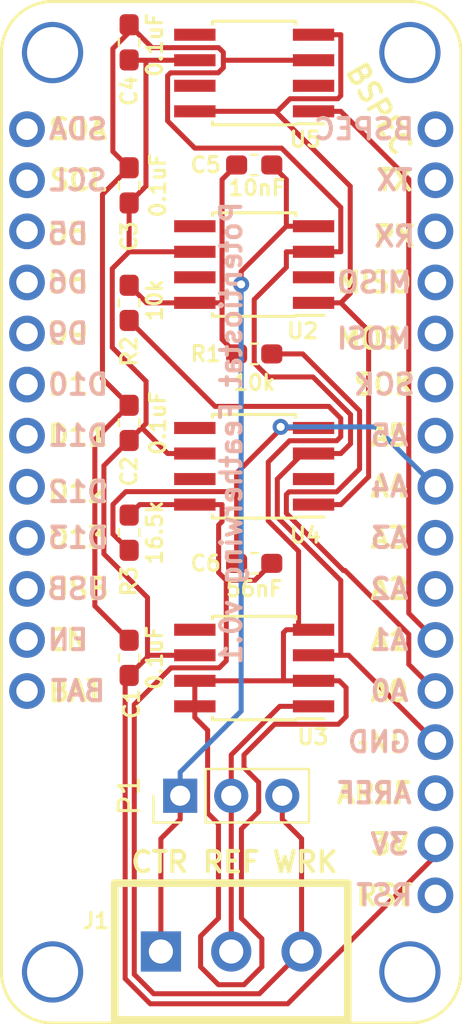
<source format=kicad_pcb>
(kicad_pcb (version 20171130) (host pcbnew 5.0.2-bee76a0~70~ubuntu18.04.1)

  (general
    (thickness 1.6)
    (drawings 4)
    (tracks 208)
    (zones 0)
    (modules 16)
    (nets 45)
  )

  (page A4)
  (layers
    (0 F.Cu signal)
    (31 B.Cu signal)
    (32 B.Adhes user)
    (33 F.Adhes user)
    (34 B.Paste user)
    (35 F.Paste user)
    (36 B.SilkS user)
    (37 F.SilkS user)
    (38 B.Mask user)
    (39 F.Mask user)
    (40 Dwgs.User user)
    (41 Cmts.User user)
    (42 Eco1.User user)
    (43 Eco2.User user)
    (44 Edge.Cuts user)
    (45 Margin user)
    (46 B.CrtYd user)
    (47 F.CrtYd user)
    (48 B.Fab user)
    (49 F.Fab user)
  )

  (setup
    (last_trace_width 0.25)
    (trace_clearance 0.2)
    (zone_clearance 0.508)
    (zone_45_only no)
    (trace_min 0.2)
    (segment_width 0.2)
    (edge_width 0.15)
    (via_size 0.8)
    (via_drill 0.4)
    (via_min_size 0.4)
    (via_min_drill 0.3)
    (uvia_size 0.3)
    (uvia_drill 0.1)
    (uvias_allowed no)
    (uvia_min_size 0.2)
    (uvia_min_drill 0.1)
    (pcb_text_width 0.3)
    (pcb_text_size 1.5 1.5)
    (mod_edge_width 0.15)
    (mod_text_size 1 1)
    (mod_text_width 0.15)
    (pad_size 1.524 1.524)
    (pad_drill 0.762)
    (pad_to_mask_clearance 0.051)
    (solder_mask_min_width 0.25)
    (aux_axis_origin 0 0)
    (visible_elements FFFFFF7F)
    (pcbplotparams
      (layerselection 0x010fc_ffffffff)
      (usegerberextensions false)
      (usegerberattributes false)
      (usegerberadvancedattributes false)
      (creategerberjobfile false)
      (excludeedgelayer true)
      (linewidth 0.100000)
      (plotframeref false)
      (viasonmask false)
      (mode 1)
      (useauxorigin false)
      (hpglpennumber 1)
      (hpglpenspeed 20)
      (hpglpendiameter 15.000000)
      (psnegative false)
      (psa4output false)
      (plotreference true)
      (plotvalue true)
      (plotinvisibletext false)
      (padsonsilk false)
      (subtractmaskfromsilk false)
      (outputformat 1)
      (mirror false)
      (drillshape 1)
      (scaleselection 1)
      (outputdirectory ""))
  )

  (net 0 "")
  (net 1 GND)
  (net 2 /3V3)
  (net 3 "Net-(C5-Pad2)")
  (net 4 /CTR_ELECT)
  (net 5 /WRK_ELECT)
  (net 6 /AIN_TIA)
  (net 7 /DAC_SETPT)
  (net 8 /REF_ELECT_BUF)
  (net 9 "Net-(U1-Pad1)")
  (net 10 "Net-(U1-Pad2)")
  (net 11 "Net-(U1-Pad3)")
  (net 12 "Net-(U1-Pad4)")
  (net 13 "Net-(U1-Pad5)")
  (net 14 "Net-(U1-Pad6)")
  (net 15 "Net-(U1-Pad7)")
  (net 16 "Net-(U1-Pad8)")
  (net 17 "Net-(U1-Pad9)")
  (net 18 "Net-(U1-Pad10)")
  (net 19 "Net-(U1-Pad11)")
  (net 20 "Net-(U1-Pad12)")
  (net 21 "Net-(U1-Pad13)")
  (net 22 "Net-(U1-Pad15)")
  (net 23 /DAC_VGND)
  (net 24 "Net-(U1-Pad19)")
  (net 25 "Net-(U1-Pad20)")
  (net 26 "Net-(U1-Pad22)")
  (net 27 "Net-(U1-Pad23)")
  (net 28 "Net-(U1-Pad24)")
  (net 29 "Net-(U1-Pad25)")
  (net 30 "Net-(U1-Pad26)")
  (net 31 "Net-(U1-Pad27)")
  (net 32 "Net-(U1-Pad28)")
  (net 33 "Net-(U2-Pad7)")
  (net 34 "Net-(U2-Pad5)")
  (net 35 "Net-(U2-Pad2)")
  (net 36 /VGND)
  (net 37 /REF_ELECT)
  (net 38 "Net-(U3-Pad5)")
  (net 39 "Net-(U4-Pad7)")
  (net 40 "Net-(U4-Pad5)")
  (net 41 "Net-(U4-Pad2)")
  (net 42 "Net-(U5-Pad2)")
  (net 43 "Net-(U5-Pad5)")
  (net 44 "Net-(U5-Pad7)")

  (net_class Default "This is the default net class."
    (clearance 0.2)
    (trace_width 0.25)
    (via_dia 0.8)
    (via_drill 0.4)
    (uvia_dia 0.3)
    (uvia_drill 0.1)
    (add_net /3V3)
    (add_net /AIN_TIA)
    (add_net /CTR_ELECT)
    (add_net /DAC_SETPT)
    (add_net /DAC_VGND)
    (add_net /REF_ELECT)
    (add_net /REF_ELECT_BUF)
    (add_net /VGND)
    (add_net /WRK_ELECT)
    (add_net GND)
    (add_net "Net-(C5-Pad2)")
    (add_net "Net-(U1-Pad1)")
    (add_net "Net-(U1-Pad10)")
    (add_net "Net-(U1-Pad11)")
    (add_net "Net-(U1-Pad12)")
    (add_net "Net-(U1-Pad13)")
    (add_net "Net-(U1-Pad15)")
    (add_net "Net-(U1-Pad19)")
    (add_net "Net-(U1-Pad2)")
    (add_net "Net-(U1-Pad20)")
    (add_net "Net-(U1-Pad22)")
    (add_net "Net-(U1-Pad23)")
    (add_net "Net-(U1-Pad24)")
    (add_net "Net-(U1-Pad25)")
    (add_net "Net-(U1-Pad26)")
    (add_net "Net-(U1-Pad27)")
    (add_net "Net-(U1-Pad28)")
    (add_net "Net-(U1-Pad3)")
    (add_net "Net-(U1-Pad4)")
    (add_net "Net-(U1-Pad5)")
    (add_net "Net-(U1-Pad6)")
    (add_net "Net-(U1-Pad7)")
    (add_net "Net-(U1-Pad8)")
    (add_net "Net-(U1-Pad9)")
    (add_net "Net-(U2-Pad2)")
    (add_net "Net-(U2-Pad5)")
    (add_net "Net-(U2-Pad7)")
    (add_net "Net-(U3-Pad5)")
    (add_net "Net-(U4-Pad2)")
    (add_net "Net-(U4-Pad5)")
    (add_net "Net-(U4-Pad7)")
    (add_net "Net-(U5-Pad2)")
    (add_net "Net-(U5-Pad5)")
    (add_net "Net-(U5-Pad7)")
  )

  (module feather_wing:feather_wing (layer F.Cu) (tedit 5D5EF0A5) (tstamp 5D7F9D47)
    (at 50.8 50.8)
    (path /5D5AD507)
    (fp_text reference U1 (at 0 -26.67) (layer F.SilkS) hide
      (effects (font (size 1 1) (thickness 0.15)))
    )
    (fp_text value feather_wing (at 0 27.94) (layer F.Fab) hide
      (effects (font (size 1 1) (thickness 0.15)))
    )
    (fp_text user RST (at 7.62 19.05) (layer F.SilkS)
      (effects (font (size 1.016 1.016) (thickness 0.2032)))
    )
    (fp_text user 3V (at 7.874 16.51) (layer F.SilkS)
      (effects (font (size 1.016 1.016) (thickness 0.2032)))
    )
    (fp_text user AREF (at 7.112 13.97) (layer F.SilkS)
      (effects (font (size 1.016 1.016) (thickness 0.2032)))
    )
    (fp_text user GND (at 7.366 11.43) (layer F.SilkS)
      (effects (font (size 1.016 1.016) (thickness 0.2032)))
    )
    (fp_text user A0 (at 7.874 8.89) (layer F.SilkS)
      (effects (font (size 1.016 1.016) (thickness 0.2032)))
    )
    (fp_text user A1 (at 7.874 6.35) (layer F.SilkS)
      (effects (font (size 1.016 1.016) (thickness 0.2032)))
    )
    (fp_text user A2 (at 7.874 3.81) (layer F.SilkS)
      (effects (font (size 1.016 1.016) (thickness 0.2032)))
    )
    (fp_text user A3 (at 7.874 1.27) (layer F.SilkS)
      (effects (font (size 1.016 1.016) (thickness 0.2032)))
    )
    (fp_text user A4 (at 7.874 -1.27) (layer F.SilkS)
      (effects (font (size 1.016 1.016) (thickness 0.2032)))
    )
    (fp_text user A5 (at 7.874 -3.81) (layer F.SilkS)
      (effects (font (size 1.016 1.016) (thickness 0.2032)))
    )
    (fp_text user SCK (at 7.62 -6.35) (layer F.SilkS)
      (effects (font (size 1.016 1.016) (thickness 0.2032)))
    )
    (fp_text user MOSI (at 7.112 -8.636) (layer F.SilkS)
      (effects (font (size 1.016 1.016) (thickness 0.2032)))
    )
    (fp_text user MISO (at 7.112 -11.43) (layer F.SilkS)
      (effects (font (size 1.016 1.016) (thickness 0.2032)))
    )
    (fp_text user RX (at 8.128 -13.716) (layer F.SilkS)
      (effects (font (size 1.016 1.016) (thickness 0.2032)))
    )
    (fp_text user TX (at 8.128 -16.51) (layer F.SilkS)
      (effects (font (size 1.016 1.016) (thickness 0.2032)))
    )
    (fp_text user BSPEC (at 7.366 -20.066 -60) (layer F.SilkS)
      (effects (font (size 1.016 1.016) (thickness 0.2032)))
    )
    (fp_text user BAT (at -7.747 8.89) (layer F.SilkS)
      (effects (font (size 1.016 1.016) (thickness 0.2032)))
    )
    (fp_text user EN (at -8.128 6.35) (layer F.SilkS)
      (effects (font (size 1.016 1.016) (thickness 0.2032)))
    )
    (fp_text user USB (at -7.62 3.81) (layer F.SilkS)
      (effects (font (size 1.016 1.016) (thickness 0.2032)))
    )
    (fp_text user D13 (at -7.62 1.27) (layer F.SilkS)
      (effects (font (size 1.016 1.016) (thickness 0.2032)))
    )
    (fp_text user D12 (at -7.62 -1.016) (layer F.SilkS)
      (effects (font (size 1.016 1.016) (thickness 0.2032)))
    )
    (fp_text user D11 (at -7.62 -3.81) (layer F.SilkS)
      (effects (font (size 1.016 1.016) (thickness 0.2032)))
    )
    (fp_text user D10 (at -7.62 -6.35) (layer F.SilkS)
      (effects (font (size 1.016 1.016) (thickness 0.2032)))
    )
    (fp_text user D9 (at -8.128 -8.89) (layer F.SilkS)
      (effects (font (size 1.016 1.016) (thickness 0.2032)))
    )
    (fp_text user D6 (at -8.128 -11.43) (layer F.SilkS)
      (effects (font (size 1.016 1.016) (thickness 0.2032)))
    )
    (fp_text user D5 (at -8.128 -13.843) (layer F.SilkS)
      (effects (font (size 1.016 1.016) (thickness 0.2032)))
    )
    (fp_text user SCL (at -7.62 -16.51) (layer F.SilkS)
      (effects (font (size 1.016 1.016) (thickness 0.2032)))
    )
    (fp_text user SDA (at -7.62 -19.05) (layer F.SilkS)
      (effects (font (size 1.016 1.016) (thickness 0.2032)))
    )
    (fp_text user RST (at 7.62 19.05) (layer B.SilkS)
      (effects (font (size 1.016 1.016) (thickness 0.2032)) (justify mirror))
    )
    (fp_text user 3V (at 7.874 16.51) (layer B.SilkS)
      (effects (font (size 1.016 1.016) (thickness 0.2032)) (justify mirror))
    )
    (fp_text user AREF (at 7.112 13.97) (layer B.SilkS)
      (effects (font (size 1.016 1.016) (thickness 0.2032)) (justify mirror))
    )
    (fp_text user GND (at 7.366 11.43) (layer B.SilkS)
      (effects (font (size 1.016 1.016) (thickness 0.2032)) (justify mirror))
    )
    (fp_text user A0 (at 7.874 8.89) (layer B.SilkS)
      (effects (font (size 1.016 1.016) (thickness 0.2032)) (justify mirror))
    )
    (fp_text user A1 (at 7.874 6.35) (layer B.SilkS)
      (effects (font (size 1.016 1.016) (thickness 0.2032)) (justify mirror))
    )
    (fp_text user A2 (at 7.874 3.81) (layer B.SilkS)
      (effects (font (size 1.016 1.016) (thickness 0.2032)) (justify mirror))
    )
    (fp_text user A3 (at 7.874 1.27) (layer B.SilkS)
      (effects (font (size 1.016 1.016) (thickness 0.2032)) (justify mirror))
    )
    (fp_text user A4 (at 7.874 -1.27) (layer B.SilkS)
      (effects (font (size 1.016 1.016) (thickness 0.2032)) (justify mirror))
    )
    (fp_text user A5 (at 7.874 -3.81) (layer B.SilkS)
      (effects (font (size 1.016 1.016) (thickness 0.2032)) (justify mirror))
    )
    (fp_text user SCK (at 7.62 -6.35) (layer B.SilkS)
      (effects (font (size 1.016 1.016) (thickness 0.2032)) (justify mirror))
    )
    (fp_text user MOSI (at 7.112 -8.636) (layer B.SilkS)
      (effects (font (size 1.016 1.016) (thickness 0.2032)) (justify mirror))
    )
    (fp_text user MISO (at 7.112 -11.43) (layer B.SilkS)
      (effects (font (size 1.016 1.016) (thickness 0.2032)) (justify mirror))
    )
    (fp_text user RX (at 8.128 -13.716) (layer B.SilkS)
      (effects (font (size 1.016 1.016) (thickness 0.2032)) (justify mirror))
    )
    (fp_text user TX (at 8.128 -16.51) (layer B.SilkS)
      (effects (font (size 1.016 1.016) (thickness 0.2032)) (justify mirror))
    )
    (fp_text user BSPEC (at 6.604 -19.05) (layer B.SilkS)
      (effects (font (size 1.016 1.016) (thickness 0.2032)) (justify mirror))
    )
    (fp_text user BAT (at -7.62 8.89) (layer B.SilkS)
      (effects (font (size 1.016 1.016) (thickness 0.2032)) (justify mirror))
    )
    (fp_text user EN (at -8.128 6.35) (layer B.SilkS)
      (effects (font (size 1.016 1.016) (thickness 0.2032)) (justify mirror))
    )
    (fp_text user USB (at -7.62 3.81) (layer B.SilkS)
      (effects (font (size 1.016 1.016) (thickness 0.2032)) (justify mirror))
    )
    (fp_text user D13 (at -7.62 1.27) (layer B.SilkS)
      (effects (font (size 1.016 1.016) (thickness 0.2032)) (justify mirror))
    )
    (fp_text user D12 (at -7.62 -1.016) (layer B.SilkS)
      (effects (font (size 1.016 1.016) (thickness 0.2032)) (justify mirror))
    )
    (fp_text user D11 (at -7.62 -3.81) (layer B.SilkS)
      (effects (font (size 1.016 1.016) (thickness 0.2032)) (justify mirror))
    )
    (fp_text user D10 (at -7.62 -6.35) (layer B.SilkS)
      (effects (font (size 1.016 1.016) (thickness 0.2032)) (justify mirror))
    )
    (fp_text user D9 (at -8.128 -8.89) (layer B.SilkS)
      (effects (font (size 1.016 1.016) (thickness 0.2032)) (justify mirror))
    )
    (fp_text user D6 (at -8.128 -11.43) (layer B.SilkS)
      (effects (font (size 1.016 1.016) (thickness 0.2032)) (justify mirror))
    )
    (fp_text user D5 (at -8.128 -13.843) (layer B.SilkS)
      (effects (font (size 1.016 1.016) (thickness 0.2032)) (justify mirror))
    )
    (fp_text user SCL (at -7.62 -16.51) (layer B.SilkS)
      (effects (font (size 1.016 1.016) (thickness 0.2032)) (justify mirror))
    )
    (fp_text user SDA (at -7.62 -19.05) (layer B.SilkS)
      (effects (font (size 1.016 1.016) (thickness 0.2032)) (justify mirror))
    )
    (fp_line (start -11.43 -22.86) (end -11.43 22.86) (layer F.SilkS) (width 0.15))
    (fp_line (start 8.89 25.4) (end -8.89 25.4) (layer F.SilkS) (width 0.15))
    (fp_line (start 11.43 -22.86) (end 11.43 22.86) (layer F.SilkS) (width 0.15))
    (fp_line (start 8.89 -25.4) (end -8.89 -25.4) (layer F.SilkS) (width 0.15))
    (fp_arc (start -8.89 22.86) (end -11.43 22.86) (angle -90) (layer F.SilkS) (width 0.15))
    (fp_arc (start 8.89 22.86) (end 8.89 25.4) (angle -90) (layer F.SilkS) (width 0.15))
    (fp_arc (start 8.89 -22.86) (end 11.43 -22.86) (angle -90) (layer F.SilkS) (width 0.15))
    (fp_arc (start -8.89 -22.86) (end -8.89 -25.4) (angle -90) (layer F.SilkS) (width 0.15))
    (pad 28 thru_hole circle (at 10.16 -19.05) (size 1.778 1.778) (drill 1.0668) (layers *.Cu *.Mask)
      (net 32 "Net-(U1-Pad28)"))
    (pad 27 thru_hole circle (at 10.16 -16.51) (size 1.778 1.778) (drill 1.0668) (layers *.Cu *.Mask)
      (net 31 "Net-(U1-Pad27)"))
    (pad 26 thru_hole circle (at 10.16 -13.97) (size 1.778 1.778) (drill 1.0668) (layers *.Cu *.Mask)
      (net 30 "Net-(U1-Pad26)"))
    (pad 25 thru_hole circle (at 10.16 -11.43) (size 1.778 1.778) (drill 1.0668) (layers *.Cu *.Mask)
      (net 29 "Net-(U1-Pad25)"))
    (pad 24 thru_hole circle (at 10.16 -8.89) (size 1.778 1.778) (drill 1.0668) (layers *.Cu *.Mask)
      (net 28 "Net-(U1-Pad24)"))
    (pad 23 thru_hole circle (at 10.16 -6.35) (size 1.778 1.778) (drill 1.0668) (layers *.Cu *.Mask)
      (net 27 "Net-(U1-Pad23)"))
    (pad 22 thru_hole circle (at 10.16 -3.81) (size 1.778 1.778) (drill 1.0668) (layers *.Cu *.Mask)
      (net 26 "Net-(U1-Pad22)"))
    (pad 21 thru_hole circle (at 10.16 -1.27) (size 1.778 1.778) (drill 1.0668) (layers *.Cu *.Mask)
      (net 6 /AIN_TIA))
    (pad 20 thru_hole circle (at 10.16 1.27) (size 1.778 1.778) (drill 1.0668) (layers *.Cu *.Mask)
      (net 25 "Net-(U1-Pad20)"))
    (pad 19 thru_hole circle (at 10.16 3.81) (size 1.778 1.778) (drill 1.0668) (layers *.Cu *.Mask)
      (net 24 "Net-(U1-Pad19)"))
    (pad 18 thru_hole circle (at 10.16 6.35) (size 1.778 1.778) (drill 1.0668) (layers *.Cu *.Mask)
      (net 23 /DAC_VGND))
    (pad 17 thru_hole circle (at 10.16 8.89) (size 1.778 1.778) (drill 1.0668) (layers *.Cu *.Mask)
      (net 7 /DAC_SETPT))
    (pad 16 thru_hole circle (at 10.16 11.43) (size 1.778 1.778) (drill 1.0668) (layers *.Cu *.Mask)
      (net 1 GND))
    (pad 15 thru_hole circle (at 10.16 13.97) (size 1.778 1.778) (drill 1.0668) (layers *.Cu *.Mask)
      (net 22 "Net-(U1-Pad15)"))
    (pad 14 thru_hole circle (at 10.16 16.51) (size 1.778 1.778) (drill 1.0668) (layers *.Cu *.Mask)
      (net 2 /3V3))
    (pad 13 thru_hole circle (at 10.16 19.05) (size 1.778 1.778) (drill 1.0668) (layers *.Cu *.Mask)
      (net 21 "Net-(U1-Pad13)"))
    (pad 12 thru_hole circle (at -10.16 8.89) (size 1.778 1.778) (drill 1.0668) (layers *.Cu *.Mask)
      (net 20 "Net-(U1-Pad12)"))
    (pad 11 thru_hole circle (at -10.16 6.35) (size 1.778 1.778) (drill 1.0668) (layers *.Cu *.Mask)
      (net 19 "Net-(U1-Pad11)"))
    (pad 10 thru_hole circle (at -10.16 3.81) (size 1.778 1.778) (drill 1.0668) (layers *.Cu *.Mask)
      (net 18 "Net-(U1-Pad10)"))
    (pad 9 thru_hole circle (at -10.16 1.27) (size 1.778 1.778) (drill 1.0668) (layers *.Cu *.Mask)
      (net 17 "Net-(U1-Pad9)"))
    (pad 8 thru_hole circle (at -10.16 -1.27) (size 1.778 1.778) (drill 1.0668) (layers *.Cu *.Mask)
      (net 16 "Net-(U1-Pad8)"))
    (pad 7 thru_hole circle (at -10.16 -3.81) (size 1.778 1.778) (drill 1.0668) (layers *.Cu *.Mask)
      (net 15 "Net-(U1-Pad7)"))
    (pad 6 thru_hole circle (at -10.16 -6.35) (size 1.778 1.778) (drill 1.0668) (layers *.Cu *.Mask)
      (net 14 "Net-(U1-Pad6)"))
    (pad 5 thru_hole circle (at -10.16 -8.89) (size 1.778 1.778) (drill 1.0668) (layers *.Cu *.Mask)
      (net 13 "Net-(U1-Pad5)"))
    (pad 4 thru_hole circle (at -10.16 -11.43) (size 1.778 1.778) (drill 1.0668) (layers *.Cu *.Mask)
      (net 12 "Net-(U1-Pad4)"))
    (pad 3 thru_hole circle (at -10.16 -13.97) (size 1.778 1.778) (drill 1.0668) (layers *.Cu *.Mask)
      (net 11 "Net-(U1-Pad3)"))
    (pad 2 thru_hole circle (at -10.16 -16.51) (size 1.778 1.778) (drill 1.0668) (layers *.Cu *.Mask)
      (net 10 "Net-(U1-Pad2)"))
    (pad 1 thru_hole circle (at -10.16 -19.05) (size 1.778 1.778) (drill 1.0668) (layers *.Cu *.Mask)
      (net 9 "Net-(U1-Pad1)"))
    (pad "" thru_hole circle (at -8.89 22.86) (size 3.048 3.048) (drill 2.54) (layers *.Cu *.Mask))
    (pad "" thru_hole circle (at 8.89 22.86) (size 3.048 3.048) (drill 2.54) (layers *.Cu *.Mask))
    (pad "" np_thru_hole circle (at 8.89 -22.86) (size 3.048 3.048) (drill 2.54) (layers *.Cu *.Mask))
    (pad "" np_thru_hole circle (at -8.89 -22.86) (size 3.048 3.048) (drill 2.54) (layers *.Cu *.Mask))
  )

  (module OST_SCREW_TERM_3:CONNBLOCK3 (layer F.Cu) (tedit 5D5EDDE1) (tstamp 5D7F9CB5)
    (at 50.8 72.644)
    (path /5D6124F1)
    (fp_text reference J1 (at -6.731 -1.524) (layer F.SilkS)
      (effects (font (size 0.762 0.762) (thickness 0.1524)))
    )
    (fp_text value Screw_Terminal_01x03 (at -0.20066 -5.40004) (layer F.SilkS) hide
      (effects (font (size 1.524 1.524) (thickness 0.3048)))
    )
    (fp_line (start -5.79882 -3.40106) (end -5.79882 3.40106) (layer F.SilkS) (width 0.381))
    (fp_line (start -5.79882 3.40106) (end 5.79882 3.40106) (layer F.SilkS) (width 0.381))
    (fp_line (start 5.79882 3.40106) (end 5.79882 -3.40106) (layer F.SilkS) (width 0.381))
    (fp_line (start 5.79882 -3.40106) (end -5.79882 -3.40106) (layer F.SilkS) (width 0.381))
    (pad 2 thru_hole circle (at 0 0) (size 2 2) (drill 1.2) (layers *.Cu *.Mask)
      (net 37 /REF_ELECT))
    (pad 1 thru_hole rect (at -3.50012 0) (size 2 2) (drill 1.2) (layers *.Cu *.Mask)
      (net 4 /CTR_ELECT))
    (pad 3 thru_hole circle (at 3.50012 0) (size 2 2) (drill 1.2) (layers *.Cu *.Mask)
      (net 5 /WRK_ELECT))
  )

  (module Capacitor_SMD:C_0603_1608Metric_Pad1.05x0.95mm_HandSolder (layer F.Cu) (tedit 5D5EE060) (tstamp 5D7F9CAA)
    (at 51.943 53.34 180)
    (descr "Capacitor SMD 0603 (1608 Metric), square (rectangular) end terminal, IPC_7351 nominal with elongated pad for handsoldering. (Body size source: http://www.tortai-tech.com/upload/download/2011102023233369053.pdf), generated with kicad-footprint-generator")
    (tags "capacitor handsolder")
    (path /5D5D5006)
    (attr smd)
    (fp_text reference C6 (at 2.413 0 180) (layer F.SilkS)
      (effects (font (size 0.762 0.762) (thickness 0.1524)))
    )
    (fp_text value 56nF (at 0 -1.27 180) (layer F.SilkS)
      (effects (font (size 0.762 0.762) (thickness 0.1524)))
    )
    (fp_text user %R (at 0 0 180) (layer F.Fab)
      (effects (font (size 0.4 0.4) (thickness 0.06)))
    )
    (fp_line (start 1.65 0.73) (end -1.65 0.73) (layer F.CrtYd) (width 0.05))
    (fp_line (start 1.65 -0.73) (end 1.65 0.73) (layer F.CrtYd) (width 0.05))
    (fp_line (start -1.65 -0.73) (end 1.65 -0.73) (layer F.CrtYd) (width 0.05))
    (fp_line (start -1.65 0.73) (end -1.65 -0.73) (layer F.CrtYd) (width 0.05))
    (fp_line (start -0.171267 0.51) (end 0.171267 0.51) (layer F.SilkS) (width 0.12))
    (fp_line (start -0.171267 -0.51) (end 0.171267 -0.51) (layer F.SilkS) (width 0.12))
    (fp_line (start 0.8 0.4) (end -0.8 0.4) (layer F.Fab) (width 0.1))
    (fp_line (start 0.8 -0.4) (end 0.8 0.4) (layer F.Fab) (width 0.1))
    (fp_line (start -0.8 -0.4) (end 0.8 -0.4) (layer F.Fab) (width 0.1))
    (fp_line (start -0.8 0.4) (end -0.8 -0.4) (layer F.Fab) (width 0.1))
    (pad 2 smd roundrect (at 0.875 0 180) (size 1.05 0.95) (layers F.Cu F.Paste F.Mask) (roundrect_rratio 0.25)
      (net 6 /AIN_TIA))
    (pad 1 smd roundrect (at -0.875 0 180) (size 1.05 0.95) (layers F.Cu F.Paste F.Mask) (roundrect_rratio 0.25)
      (net 5 /WRK_ELECT))
    (model ${KISYS3DMOD}/Capacitor_SMD.3dshapes/C_0603_1608Metric.wrl
      (at (xyz 0 0 0))
      (scale (xyz 1 1 1))
      (rotate (xyz 0 0 0))
    )
  )

  (module Capacitor_SMD:C_0603_1608Metric_Pad1.05x0.95mm_HandSolder (layer F.Cu) (tedit 5D5EEC0B) (tstamp 5D7F9C66)
    (at 45.72 46.355 90)
    (descr "Capacitor SMD 0603 (1608 Metric), square (rectangular) end terminal, IPC_7351 nominal with elongated pad for handsoldering. (Body size source: http://www.tortai-tech.com/upload/download/2011102023233369053.pdf), generated with kicad-footprint-generator")
    (tags "capacitor handsolder")
    (path /5D5CEAC4)
    (attr smd)
    (fp_text reference C2 (at -2.413 0 90) (layer F.SilkS)
      (effects (font (size 0.762 0.762) (thickness 0.1524)))
    )
    (fp_text value 0.1uF (at 0 1.43 90) (layer F.SilkS)
      (effects (font (size 0.762 0.762) (thickness 0.1524)))
    )
    (fp_text user %R (at 0 0 90) (layer F.Fab)
      (effects (font (size 0.4 0.4) (thickness 0.06)))
    )
    (fp_line (start 1.65 0.73) (end -1.65 0.73) (layer F.CrtYd) (width 0.05))
    (fp_line (start 1.65 -0.73) (end 1.65 0.73) (layer F.CrtYd) (width 0.05))
    (fp_line (start -1.65 -0.73) (end 1.65 -0.73) (layer F.CrtYd) (width 0.05))
    (fp_line (start -1.65 0.73) (end -1.65 -0.73) (layer F.CrtYd) (width 0.05))
    (fp_line (start -0.171267 0.51) (end 0.171267 0.51) (layer F.SilkS) (width 0.12))
    (fp_line (start -0.171267 -0.51) (end 0.171267 -0.51) (layer F.SilkS) (width 0.12))
    (fp_line (start 0.8 0.4) (end -0.8 0.4) (layer F.Fab) (width 0.1))
    (fp_line (start 0.8 -0.4) (end 0.8 0.4) (layer F.Fab) (width 0.1))
    (fp_line (start -0.8 -0.4) (end 0.8 -0.4) (layer F.Fab) (width 0.1))
    (fp_line (start -0.8 0.4) (end -0.8 -0.4) (layer F.Fab) (width 0.1))
    (pad 2 smd roundrect (at 0.875 0 90) (size 1.05 0.95) (layers F.Cu F.Paste F.Mask) (roundrect_rratio 0.25)
      (net 1 GND))
    (pad 1 smd roundrect (at -0.875 0 90) (size 1.05 0.95) (layers F.Cu F.Paste F.Mask) (roundrect_rratio 0.25)
      (net 2 /3V3))
    (model ${KISYS3DMOD}/Capacitor_SMD.3dshapes/C_0603_1608Metric.wrl
      (at (xyz 0 0 0))
      (scale (xyz 1 1 1))
      (rotate (xyz 0 0 0))
    )
  )

  (module Capacitor_SMD:C_0603_1608Metric_Pad1.05x0.95mm_HandSolder (layer F.Cu) (tedit 5D5EDF25) (tstamp 5D7F9C55)
    (at 45.72 58.039 90)
    (descr "Capacitor SMD 0603 (1608 Metric), square (rectangular) end terminal, IPC_7351 nominal with elongated pad for handsoldering. (Body size source: http://www.tortai-tech.com/upload/download/2011102023233369053.pdf), generated with kicad-footprint-generator")
    (tags "capacitor handsolder")
    (path /5D5F04CE)
    (attr smd)
    (fp_text reference C1 (at -2.286 0.127 90) (layer F.SilkS)
      (effects (font (size 0.762 0.762) (thickness 0.1524)))
    )
    (fp_text value 0.1uF (at 0 1.27 90) (layer F.SilkS)
      (effects (font (size 0.762 0.762) (thickness 0.1524)))
    )
    (fp_text user %R (at 0 0 90) (layer F.Fab)
      (effects (font (size 0.4 0.4) (thickness 0.06)))
    )
    (fp_line (start 1.65 0.73) (end -1.65 0.73) (layer F.CrtYd) (width 0.05))
    (fp_line (start 1.65 -0.73) (end 1.65 0.73) (layer F.CrtYd) (width 0.05))
    (fp_line (start -1.65 -0.73) (end 1.65 -0.73) (layer F.CrtYd) (width 0.05))
    (fp_line (start -1.65 0.73) (end -1.65 -0.73) (layer F.CrtYd) (width 0.05))
    (fp_line (start -0.171267 0.51) (end 0.171267 0.51) (layer F.SilkS) (width 0.12))
    (fp_line (start -0.171267 -0.51) (end 0.171267 -0.51) (layer F.SilkS) (width 0.12))
    (fp_line (start 0.8 0.4) (end -0.8 0.4) (layer F.Fab) (width 0.1))
    (fp_line (start 0.8 -0.4) (end 0.8 0.4) (layer F.Fab) (width 0.1))
    (fp_line (start -0.8 -0.4) (end 0.8 -0.4) (layer F.Fab) (width 0.1))
    (fp_line (start -0.8 0.4) (end -0.8 -0.4) (layer F.Fab) (width 0.1))
    (pad 2 smd roundrect (at 0.875 0 90) (size 1.05 0.95) (layers F.Cu F.Paste F.Mask) (roundrect_rratio 0.25)
      (net 1 GND))
    (pad 1 smd roundrect (at -0.875 0 90) (size 1.05 0.95) (layers F.Cu F.Paste F.Mask) (roundrect_rratio 0.25)
      (net 2 /3V3))
    (model ${KISYS3DMOD}/Capacitor_SMD.3dshapes/C_0603_1608Metric.wrl
      (at (xyz 0 0 0))
      (scale (xyz 1 1 1))
      (rotate (xyz 0 0 0))
    )
  )

  (module Capacitor_SMD:C_0603_1608Metric_Pad1.05x0.95mm_HandSolder (layer F.Cu) (tedit 5D5EEDFD) (tstamp 5D7F9C77)
    (at 45.72 34.544 90)
    (descr "Capacitor SMD 0603 (1608 Metric), square (rectangular) end terminal, IPC_7351 nominal with elongated pad for handsoldering. (Body size source: http://www.tortai-tech.com/upload/download/2011102023233369053.pdf), generated with kicad-footprint-generator")
    (tags "capacitor handsolder")
    (path /5D5ADE69)
    (attr smd)
    (fp_text reference C3 (at -2.54 0 90) (layer F.SilkS)
      (effects (font (size 0.762 0.762) (thickness 0.1524)))
    )
    (fp_text value 0.1uF (at 0 1.43 90) (layer F.SilkS)
      (effects (font (size 0.762 0.762) (thickness 0.1524)))
    )
    (fp_line (start -0.8 0.4) (end -0.8 -0.4) (layer F.Fab) (width 0.1))
    (fp_line (start -0.8 -0.4) (end 0.8 -0.4) (layer F.Fab) (width 0.1))
    (fp_line (start 0.8 -0.4) (end 0.8 0.4) (layer F.Fab) (width 0.1))
    (fp_line (start 0.8 0.4) (end -0.8 0.4) (layer F.Fab) (width 0.1))
    (fp_line (start -0.171267 -0.51) (end 0.171267 -0.51) (layer F.SilkS) (width 0.12))
    (fp_line (start -0.171267 0.51) (end 0.171267 0.51) (layer F.SilkS) (width 0.12))
    (fp_line (start -1.65 0.73) (end -1.65 -0.73) (layer F.CrtYd) (width 0.05))
    (fp_line (start -1.65 -0.73) (end 1.65 -0.73) (layer F.CrtYd) (width 0.05))
    (fp_line (start 1.65 -0.73) (end 1.65 0.73) (layer F.CrtYd) (width 0.05))
    (fp_line (start 1.65 0.73) (end -1.65 0.73) (layer F.CrtYd) (width 0.05))
    (fp_text user %R (at 0 0 90) (layer F.Fab)
      (effects (font (size 0.4 0.4) (thickness 0.06)))
    )
    (pad 1 smd roundrect (at -0.875 0 90) (size 1.05 0.95) (layers F.Cu F.Paste F.Mask) (roundrect_rratio 0.25)
      (net 2 /3V3))
    (pad 2 smd roundrect (at 0.875 0 90) (size 1.05 0.95) (layers F.Cu F.Paste F.Mask) (roundrect_rratio 0.25)
      (net 1 GND))
    (model ${KISYS3DMOD}/Capacitor_SMD.3dshapes/C_0603_1608Metric.wrl
      (at (xyz 0 0 0))
      (scale (xyz 1 1 1))
      (rotate (xyz 0 0 0))
    )
  )

  (module Capacitor_SMD:C_0603_1608Metric_Pad1.05x0.95mm_HandSolder (layer F.Cu) (tedit 5D5EEF0A) (tstamp 5D7F9C88)
    (at 45.72 27.432 90)
    (descr "Capacitor SMD 0603 (1608 Metric), square (rectangular) end terminal, IPC_7351 nominal with elongated pad for handsoldering. (Body size source: http://www.tortai-tech.com/upload/download/2011102023233369053.pdf), generated with kicad-footprint-generator")
    (tags "capacitor handsolder")
    (path /5D5C0680)
    (attr smd)
    (fp_text reference C4 (at -2.413 0 90) (layer F.SilkS)
      (effects (font (size 0.762 0.762) (thickness 0.1524)))
    )
    (fp_text value 0.1uF (at -0.127 1.27 90) (layer F.SilkS)
      (effects (font (size 0.762 0.762) (thickness 0.1524)))
    )
    (fp_line (start -0.8 0.4) (end -0.8 -0.4) (layer F.Fab) (width 0.1))
    (fp_line (start -0.8 -0.4) (end 0.8 -0.4) (layer F.Fab) (width 0.1))
    (fp_line (start 0.8 -0.4) (end 0.8 0.4) (layer F.Fab) (width 0.1))
    (fp_line (start 0.8 0.4) (end -0.8 0.4) (layer F.Fab) (width 0.1))
    (fp_line (start -0.171267 -0.51) (end 0.171267 -0.51) (layer F.SilkS) (width 0.12))
    (fp_line (start -0.171267 0.51) (end 0.171267 0.51) (layer F.SilkS) (width 0.12))
    (fp_line (start -1.65 0.73) (end -1.65 -0.73) (layer F.CrtYd) (width 0.05))
    (fp_line (start -1.65 -0.73) (end 1.65 -0.73) (layer F.CrtYd) (width 0.05))
    (fp_line (start 1.65 -0.73) (end 1.65 0.73) (layer F.CrtYd) (width 0.05))
    (fp_line (start 1.65 0.73) (end -1.65 0.73) (layer F.CrtYd) (width 0.05))
    (fp_text user %R (at 0 0 90) (layer F.Fab)
      (effects (font (size 0.4 0.4) (thickness 0.06)))
    )
    (pad 1 smd roundrect (at -0.875 0 90) (size 1.05 0.95) (layers F.Cu F.Paste F.Mask) (roundrect_rratio 0.25)
      (net 2 /3V3))
    (pad 2 smd roundrect (at 0.875 0 90) (size 1.05 0.95) (layers F.Cu F.Paste F.Mask) (roundrect_rratio 0.25)
      (net 1 GND))
    (model ${KISYS3DMOD}/Capacitor_SMD.3dshapes/C_0603_1608Metric.wrl
      (at (xyz 0 0 0))
      (scale (xyz 1 1 1))
      (rotate (xyz 0 0 0))
    )
  )

  (module Capacitor_SMD:C_0603_1608Metric_Pad1.05x0.95mm_HandSolder (layer F.Cu) (tedit 5D5EEE88) (tstamp 5D7F9C99)
    (at 51.943 33.528 180)
    (descr "Capacitor SMD 0603 (1608 Metric), square (rectangular) end terminal, IPC_7351 nominal with elongated pad for handsoldering. (Body size source: http://www.tortai-tech.com/upload/download/2011102023233369053.pdf), generated with kicad-footprint-generator")
    (tags "capacitor handsolder")
    (path /5D5BB04E)
    (attr smd)
    (fp_text reference C5 (at 2.413 0 180) (layer F.SilkS)
      (effects (font (size 0.762 0.762) (thickness 0.1524)))
    )
    (fp_text value 10nF (at -0.127 -1.143 180) (layer F.SilkS)
      (effects (font (size 0.762 0.762) (thickness 0.1524)))
    )
    (fp_text user %R (at 0 0 180) (layer F.Fab)
      (effects (font (size 0.4 0.4) (thickness 0.06)))
    )
    (fp_line (start 1.65 0.73) (end -1.65 0.73) (layer F.CrtYd) (width 0.05))
    (fp_line (start 1.65 -0.73) (end 1.65 0.73) (layer F.CrtYd) (width 0.05))
    (fp_line (start -1.65 -0.73) (end 1.65 -0.73) (layer F.CrtYd) (width 0.05))
    (fp_line (start -1.65 0.73) (end -1.65 -0.73) (layer F.CrtYd) (width 0.05))
    (fp_line (start -0.171267 0.51) (end 0.171267 0.51) (layer F.SilkS) (width 0.12))
    (fp_line (start -0.171267 -0.51) (end 0.171267 -0.51) (layer F.SilkS) (width 0.12))
    (fp_line (start 0.8 0.4) (end -0.8 0.4) (layer F.Fab) (width 0.1))
    (fp_line (start 0.8 -0.4) (end 0.8 0.4) (layer F.Fab) (width 0.1))
    (fp_line (start -0.8 -0.4) (end 0.8 -0.4) (layer F.Fab) (width 0.1))
    (fp_line (start -0.8 0.4) (end -0.8 -0.4) (layer F.Fab) (width 0.1))
    (pad 2 smd roundrect (at 0.875 0 180) (size 1.05 0.95) (layers F.Cu F.Paste F.Mask) (roundrect_rratio 0.25)
      (net 3 "Net-(C5-Pad2)"))
    (pad 1 smd roundrect (at -0.875 0 180) (size 1.05 0.95) (layers F.Cu F.Paste F.Mask) (roundrect_rratio 0.25)
      (net 4 /CTR_ELECT))
    (model ${KISYS3DMOD}/Capacitor_SMD.3dshapes/C_0603_1608Metric.wrl
      (at (xyz 0 0 0))
      (scale (xyz 1 1 1))
      (rotate (xyz 0 0 0))
    )
  )

  (module Connector_PinHeader_2.54mm:PinHeader_1x03_P2.54mm_Vertical (layer F.Cu) (tedit 5D5EDE81) (tstamp 5D7F9CCC)
    (at 48.26 64.897 90)
    (descr "Through hole straight pin header, 1x03, 2.54mm pitch, single row")
    (tags "Through hole pin header THT 1x03 2.54mm single row")
    (path /5D61841A)
    (fp_text reference P1 (at 0 -2.54 90) (layer F.SilkS)
      (effects (font (size 1 1) (thickness 0.15)))
    )
    (fp_text value pin_array_3x1 (at 0 7.41 90) (layer F.Fab) hide
      (effects (font (size 1 1) (thickness 0.15)))
    )
    (fp_line (start -0.635 -1.27) (end 1.27 -1.27) (layer F.Fab) (width 0.1))
    (fp_line (start 1.27 -1.27) (end 1.27 6.35) (layer F.Fab) (width 0.1))
    (fp_line (start 1.27 6.35) (end -1.27 6.35) (layer F.Fab) (width 0.1))
    (fp_line (start -1.27 6.35) (end -1.27 -0.635) (layer F.Fab) (width 0.1))
    (fp_line (start -1.27 -0.635) (end -0.635 -1.27) (layer F.Fab) (width 0.1))
    (fp_line (start -1.33 6.41) (end 1.33 6.41) (layer F.SilkS) (width 0.12))
    (fp_line (start -1.33 1.27) (end -1.33 6.41) (layer F.SilkS) (width 0.12))
    (fp_line (start 1.33 1.27) (end 1.33 6.41) (layer F.SilkS) (width 0.12))
    (fp_line (start -1.33 1.27) (end 1.33 1.27) (layer F.SilkS) (width 0.12))
    (fp_line (start -1.33 0) (end -1.33 -1.33) (layer F.SilkS) (width 0.12))
    (fp_line (start -1.33 -1.33) (end 0 -1.33) (layer F.SilkS) (width 0.12))
    (fp_line (start -1.8 -1.8) (end -1.8 6.85) (layer F.CrtYd) (width 0.05))
    (fp_line (start -1.8 6.85) (end 1.8 6.85) (layer F.CrtYd) (width 0.05))
    (fp_line (start 1.8 6.85) (end 1.8 -1.8) (layer F.CrtYd) (width 0.05))
    (fp_line (start 1.8 -1.8) (end -1.8 -1.8) (layer F.CrtYd) (width 0.05))
    (fp_text user %R (at 0 2.54 180) (layer F.Fab)
      (effects (font (size 1 1) (thickness 0.15)))
    )
    (pad 1 thru_hole rect (at 0 0 90) (size 1.7 1.7) (drill 1) (layers *.Cu *.Mask)
      (net 4 /CTR_ELECT))
    (pad 2 thru_hole oval (at 0 2.54 90) (size 1.7 1.7) (drill 1) (layers *.Cu *.Mask)
      (net 37 /REF_ELECT))
    (pad 3 thru_hole oval (at 0 5.08 90) (size 1.7 1.7) (drill 1) (layers *.Cu *.Mask)
      (net 5 /WRK_ELECT))
    (model ${KISYS3DMOD}/Connector_PinHeader_2.54mm.3dshapes/PinHeader_1x03_P2.54mm_Vertical.wrl
      (at (xyz 0 0 0))
      (scale (xyz 1 1 1))
      (rotate (xyz 0 0 0))
    )
  )

  (module Resistor_SMD:R_0603_1608Metric_Pad1.05x0.95mm_HandSolder (layer F.Cu) (tedit 5D5EEC8C) (tstamp 5D7F9CDD)
    (at 51.943 42.926)
    (descr "Resistor SMD 0603 (1608 Metric), square (rectangular) end terminal, IPC_7351 nominal with elongated pad for handsoldering. (Body size source: http://www.tortai-tech.com/upload/download/2011102023233369053.pdf), generated with kicad-footprint-generator")
    (tags "resistor handsolder")
    (path /5D5B22E5)
    (attr smd)
    (fp_text reference R1 (at -2.413 0) (layer F.SilkS)
      (effects (font (size 0.762 0.762) (thickness 0.1524)))
    )
    (fp_text value 10k (at 0 1.43) (layer F.SilkS)
      (effects (font (size 0.762 0.762) (thickness 0.1524)))
    )
    (fp_line (start -0.8 0.4) (end -0.8 -0.4) (layer F.Fab) (width 0.1))
    (fp_line (start -0.8 -0.4) (end 0.8 -0.4) (layer F.Fab) (width 0.1))
    (fp_line (start 0.8 -0.4) (end 0.8 0.4) (layer F.Fab) (width 0.1))
    (fp_line (start 0.8 0.4) (end -0.8 0.4) (layer F.Fab) (width 0.1))
    (fp_line (start -0.171267 -0.51) (end 0.171267 -0.51) (layer F.SilkS) (width 0.12))
    (fp_line (start -0.171267 0.51) (end 0.171267 0.51) (layer F.SilkS) (width 0.12))
    (fp_line (start -1.65 0.73) (end -1.65 -0.73) (layer F.CrtYd) (width 0.05))
    (fp_line (start -1.65 -0.73) (end 1.65 -0.73) (layer F.CrtYd) (width 0.05))
    (fp_line (start 1.65 -0.73) (end 1.65 0.73) (layer F.CrtYd) (width 0.05))
    (fp_line (start 1.65 0.73) (end -1.65 0.73) (layer F.CrtYd) (width 0.05))
    (fp_text user %R (at 0 0) (layer F.Fab)
      (effects (font (size 0.4 0.4) (thickness 0.06)))
    )
    (pad 1 smd roundrect (at -0.875 0) (size 1.05 0.95) (layers F.Cu F.Paste F.Mask) (roundrect_rratio 0.25)
      (net 3 "Net-(C5-Pad2)"))
    (pad 2 smd roundrect (at 0.875 0) (size 1.05 0.95) (layers F.Cu F.Paste F.Mask) (roundrect_rratio 0.25)
      (net 7 /DAC_SETPT))
    (model ${KISYS3DMOD}/Resistor_SMD.3dshapes/R_0603_1608Metric.wrl
      (at (xyz 0 0 0))
      (scale (xyz 1 1 1))
      (rotate (xyz 0 0 0))
    )
  )

  (module Resistor_SMD:R_0603_1608Metric_Pad1.05x0.95mm_HandSolder (layer F.Cu) (tedit 5D5EEC19) (tstamp 5D7F9CEE)
    (at 45.72 40.386 270)
    (descr "Resistor SMD 0603 (1608 Metric), square (rectangular) end terminal, IPC_7351 nominal with elongated pad for handsoldering. (Body size source: http://www.tortai-tech.com/upload/download/2011102023233369053.pdf), generated with kicad-footprint-generator")
    (tags "resistor handsolder")
    (path /5D5B22EB)
    (attr smd)
    (fp_text reference R2 (at 2.413 0 270) (layer F.SilkS)
      (effects (font (size 0.762 0.762) (thickness 0.1524)))
    )
    (fp_text value 10k (at -0.127 -1.27 270) (layer F.SilkS)
      (effects (font (size 0.762 0.762) (thickness 0.1524)))
    )
    (fp_text user %R (at 0 0 270) (layer F.Fab)
      (effects (font (size 0.4 0.4) (thickness 0.06)))
    )
    (fp_line (start 1.65 0.73) (end -1.65 0.73) (layer F.CrtYd) (width 0.05))
    (fp_line (start 1.65 -0.73) (end 1.65 0.73) (layer F.CrtYd) (width 0.05))
    (fp_line (start -1.65 -0.73) (end 1.65 -0.73) (layer F.CrtYd) (width 0.05))
    (fp_line (start -1.65 0.73) (end -1.65 -0.73) (layer F.CrtYd) (width 0.05))
    (fp_line (start -0.171267 0.51) (end 0.171267 0.51) (layer F.SilkS) (width 0.12))
    (fp_line (start -0.171267 -0.51) (end 0.171267 -0.51) (layer F.SilkS) (width 0.12))
    (fp_line (start 0.8 0.4) (end -0.8 0.4) (layer F.Fab) (width 0.1))
    (fp_line (start 0.8 -0.4) (end 0.8 0.4) (layer F.Fab) (width 0.1))
    (fp_line (start -0.8 -0.4) (end 0.8 -0.4) (layer F.Fab) (width 0.1))
    (fp_line (start -0.8 0.4) (end -0.8 -0.4) (layer F.Fab) (width 0.1))
    (pad 2 smd roundrect (at 0.875 0 270) (size 1.05 0.95) (layers F.Cu F.Paste F.Mask) (roundrect_rratio 0.25)
      (net 8 /REF_ELECT_BUF))
    (pad 1 smd roundrect (at -0.875 0 270) (size 1.05 0.95) (layers F.Cu F.Paste F.Mask) (roundrect_rratio 0.25)
      (net 3 "Net-(C5-Pad2)"))
    (model ${KISYS3DMOD}/Resistor_SMD.3dshapes/R_0603_1608Metric.wrl
      (at (xyz 0 0 0))
      (scale (xyz 1 1 1))
      (rotate (xyz 0 0 0))
    )
  )

  (module Resistor_SMD:R_0603_1608Metric_Pad1.05x0.95mm_HandSolder (layer F.Cu) (tedit 5D5EDFB5) (tstamp 5D7F9CFF)
    (at 45.72 51.816 270)
    (descr "Resistor SMD 0603 (1608 Metric), square (rectangular) end terminal, IPC_7351 nominal with elongated pad for handsoldering. (Body size source: http://www.tortai-tech.com/upload/download/2011102023233369053.pdf), generated with kicad-footprint-generator")
    (tags "resistor handsolder")
    (path /5D5D50B7)
    (attr smd)
    (fp_text reference R3 (at 2.413 0 270) (layer F.SilkS)
      (effects (font (size 0.762 0.762) (thickness 0.1524)))
    )
    (fp_text value 16.5k (at 0 -1.27 270) (layer F.SilkS)
      (effects (font (size 0.762 0.762) (thickness 0.1524)))
    )
    (fp_line (start -0.8 0.4) (end -0.8 -0.4) (layer F.Fab) (width 0.1))
    (fp_line (start -0.8 -0.4) (end 0.8 -0.4) (layer F.Fab) (width 0.1))
    (fp_line (start 0.8 -0.4) (end 0.8 0.4) (layer F.Fab) (width 0.1))
    (fp_line (start 0.8 0.4) (end -0.8 0.4) (layer F.Fab) (width 0.1))
    (fp_line (start -0.171267 -0.51) (end 0.171267 -0.51) (layer F.SilkS) (width 0.12))
    (fp_line (start -0.171267 0.51) (end 0.171267 0.51) (layer F.SilkS) (width 0.12))
    (fp_line (start -1.65 0.73) (end -1.65 -0.73) (layer F.CrtYd) (width 0.05))
    (fp_line (start -1.65 -0.73) (end 1.65 -0.73) (layer F.CrtYd) (width 0.05))
    (fp_line (start 1.65 -0.73) (end 1.65 0.73) (layer F.CrtYd) (width 0.05))
    (fp_line (start 1.65 0.73) (end -1.65 0.73) (layer F.CrtYd) (width 0.05))
    (fp_text user %R (at 0 0 270) (layer F.Fab)
      (effects (font (size 0.4 0.4) (thickness 0.06)))
    )
    (pad 1 smd roundrect (at -0.875 0 270) (size 1.05 0.95) (layers F.Cu F.Paste F.Mask) (roundrect_rratio 0.25)
      (net 5 /WRK_ELECT))
    (pad 2 smd roundrect (at 0.875 0 270) (size 1.05 0.95) (layers F.Cu F.Paste F.Mask) (roundrect_rratio 0.25)
      (net 6 /AIN_TIA))
    (model ${KISYS3DMOD}/Resistor_SMD.3dshapes/R_0603_1608Metric.wrl
      (at (xyz 0 0 0))
      (scale (xyz 1 1 1))
      (rotate (xyz 0 0 0))
    )
  )

  (module SOIC-8_3.9x4.9mm_P1.27mm_HandSolder:SOIC-8_3.9x4.9mm_P1.27mm_HandSolder (layer F.Cu) (tedit 5D5EEB6C) (tstamp 5D7F9D64)
    (at 51.943 38.481 180)
    (descr "8-Lead Plastic Small Outline (SN) - Narrow, 3.90 mm Body [SOIC] (see Microchip Packaging Specification http://ww1.microchip.com/downloads/en/PackagingSpec/00000049BQ.pdf)")
    (tags "SOIC 1.27")
    (path /5D5AD6E2)
    (attr smd)
    (fp_text reference U2 (at -2.413 -3.302 180) (layer F.SilkS)
      (effects (font (size 0.762 0.762) (thickness 0.1524)))
    )
    (fp_text value LMP7721 (at 0 3.5 180) (layer F.Fab) hide
      (effects (font (size 1 1) (thickness 0.15)))
    )
    (fp_line (start -2.075 -2.525) (end -3.475 -2.525) (layer F.SilkS) (width 0.15))
    (fp_line (start -2.075 2.575) (end 2.075 2.575) (layer F.SilkS) (width 0.15))
    (fp_line (start -2.075 -2.575) (end 2.075 -2.575) (layer F.SilkS) (width 0.15))
    (fp_line (start -2.075 2.575) (end -2.075 2.43) (layer F.SilkS) (width 0.15))
    (fp_line (start 2.075 2.575) (end 2.075 2.43) (layer F.SilkS) (width 0.15))
    (fp_line (start 2.075 -2.575) (end 2.075 -2.43) (layer F.SilkS) (width 0.15))
    (fp_line (start -2.075 -2.575) (end -2.075 -2.525) (layer F.SilkS) (width 0.15))
    (fp_line (start -3.73 2.7) (end 3.73 2.7) (layer F.CrtYd) (width 0.05))
    (fp_line (start -3.73 -2.7) (end 3.73 -2.7) (layer F.CrtYd) (width 0.05))
    (fp_line (start 3.73 -2.7) (end 3.73 2.7) (layer F.CrtYd) (width 0.05))
    (fp_line (start -3.73 -2.7) (end -3.73 2.7) (layer F.CrtYd) (width 0.05))
    (fp_line (start -1.95 -1.45) (end -0.95 -2.45) (layer F.Fab) (width 0.1))
    (fp_line (start -1.95 2.45) (end -1.95 -1.45) (layer F.Fab) (width 0.1))
    (fp_line (start 1.95 2.45) (end -1.95 2.45) (layer F.Fab) (width 0.1))
    (fp_line (start 1.95 -2.45) (end 1.95 2.45) (layer F.Fab) (width 0.1))
    (fp_line (start -0.95 -2.45) (end 1.95 -2.45) (layer F.Fab) (width 0.1))
    (fp_text user %R (at 0 0 180) (layer F.Fab)
      (effects (font (size 1 1) (thickness 0.15)))
    )
    (pad 8 smd rect (at 2.954 -1.905 180) (size 2.058 0.6) (layers F.Cu F.Paste F.Mask)
      (net 3 "Net-(C5-Pad2)"))
    (pad 7 smd rect (at 2.954 -0.635 180) (size 2.058 0.6) (layers F.Cu F.Paste F.Mask)
      (net 33 "Net-(U2-Pad7)"))
    (pad 6 smd rect (at 2.954 0.635 180) (size 2.058 0.6) (layers F.Cu F.Paste F.Mask)
      (net 2 /3V3))
    (pad 5 smd rect (at 2.954 1.905 180) (size 2.058 0.6) (layers F.Cu F.Paste F.Mask)
      (net 34 "Net-(U2-Pad5)"))
    (pad 4 smd rect (at -2.954 1.905 180) (size 2.058 0.6) (layers F.Cu F.Paste F.Mask)
      (net 4 /CTR_ELECT))
    (pad 3 smd rect (at -2.954 0.635 180) (size 2.058 0.6) (layers F.Cu F.Paste F.Mask)
      (net 1 GND))
    (pad 2 smd rect (at -2.954 -0.635 180) (size 2.058 0.6) (layers F.Cu F.Paste F.Mask)
      (net 35 "Net-(U2-Pad2)"))
    (pad 1 smd rect (at -2.954 -1.905 180) (size 2.058 0.6) (layers F.Cu F.Paste F.Mask)
      (net 36 /VGND))
    (model ${KISYS3DMOD}/Package_SO.3dshapes/SOIC-8_3.9x4.9mm_P1.27mm.wrl
      (at (xyz 0 0 0))
      (scale (xyz 1 1 1))
      (rotate (xyz 0 0 0))
    )
  )

  (module SOIC-8_3.9x4.9mm_P1.27mm_HandSolder:SOIC-8_3.9x4.9mm_P1.27mm_HandSolder (layer F.Cu) (tedit 5D5EDED6) (tstamp 5D7F9D81)
    (at 51.943 58.547 180)
    (descr "8-Lead Plastic Small Outline (SN) - Narrow, 3.90 mm Body [SOIC] (see Microchip Packaging Specification http://ww1.microchip.com/downloads/en/PackagingSpec/00000049BQ.pdf)")
    (tags "SOIC 1.27")
    (path /5D5AD6AF)
    (attr smd)
    (fp_text reference U3 (at -2.921 -3.429 180) (layer F.SilkS)
      (effects (font (size 0.762 0.762) (thickness 0.1524)))
    )
    (fp_text value LMP7721 (at 0 3.5 180) (layer F.Fab) hide
      (effects (font (size 1 1) (thickness 0.15)))
    )
    (fp_text user %R (at 0 0 180) (layer F.Fab)
      (effects (font (size 1 1) (thickness 0.15)))
    )
    (fp_line (start -0.95 -2.45) (end 1.95 -2.45) (layer F.Fab) (width 0.1))
    (fp_line (start 1.95 -2.45) (end 1.95 2.45) (layer F.Fab) (width 0.1))
    (fp_line (start 1.95 2.45) (end -1.95 2.45) (layer F.Fab) (width 0.1))
    (fp_line (start -1.95 2.45) (end -1.95 -1.45) (layer F.Fab) (width 0.1))
    (fp_line (start -1.95 -1.45) (end -0.95 -2.45) (layer F.Fab) (width 0.1))
    (fp_line (start -3.73 -2.7) (end -3.73 2.7) (layer F.CrtYd) (width 0.05))
    (fp_line (start 3.73 -2.7) (end 3.73 2.7) (layer F.CrtYd) (width 0.05))
    (fp_line (start -3.73 -2.7) (end 3.73 -2.7) (layer F.CrtYd) (width 0.05))
    (fp_line (start -3.73 2.7) (end 3.73 2.7) (layer F.CrtYd) (width 0.05))
    (fp_line (start -2.075 -2.575) (end -2.075 -2.525) (layer F.SilkS) (width 0.15))
    (fp_line (start 2.075 -2.575) (end 2.075 -2.43) (layer F.SilkS) (width 0.15))
    (fp_line (start 2.075 2.575) (end 2.075 2.43) (layer F.SilkS) (width 0.15))
    (fp_line (start -2.075 2.575) (end -2.075 2.43) (layer F.SilkS) (width 0.15))
    (fp_line (start -2.075 -2.575) (end 2.075 -2.575) (layer F.SilkS) (width 0.15))
    (fp_line (start -2.075 2.575) (end 2.075 2.575) (layer F.SilkS) (width 0.15))
    (fp_line (start -2.075 -2.525) (end -3.475 -2.525) (layer F.SilkS) (width 0.15))
    (pad 1 smd rect (at -2.954 -1.905 180) (size 2.058 0.6) (layers F.Cu F.Paste F.Mask)
      (net 37 /REF_ELECT))
    (pad 2 smd rect (at -2.954 -0.635 180) (size 2.058 0.6) (layers F.Cu F.Paste F.Mask)
      (net 8 /REF_ELECT_BUF))
    (pad 3 smd rect (at -2.954 0.635 180) (size 2.058 0.6) (layers F.Cu F.Paste F.Mask)
      (net 1 GND))
    (pad 4 smd rect (at -2.954 1.905 180) (size 2.058 0.6) (layers F.Cu F.Paste F.Mask)
      (net 8 /REF_ELECT_BUF))
    (pad 5 smd rect (at 2.954 1.905 180) (size 2.058 0.6) (layers F.Cu F.Paste F.Mask)
      (net 38 "Net-(U3-Pad5)"))
    (pad 6 smd rect (at 2.954 0.635 180) (size 2.058 0.6) (layers F.Cu F.Paste F.Mask)
      (net 2 /3V3))
    (pad 7 smd rect (at 2.954 -0.635 180) (size 2.058 0.6) (layers F.Cu F.Paste F.Mask)
      (net 8 /REF_ELECT_BUF))
    (pad 8 smd rect (at 2.954 -1.905 180) (size 2.058 0.6) (layers F.Cu F.Paste F.Mask)
      (net 8 /REF_ELECT_BUF))
    (model ${KISYS3DMOD}/Package_SO.3dshapes/SOIC-8_3.9x4.9mm_P1.27mm.wrl
      (at (xyz 0 0 0))
      (scale (xyz 1 1 1))
      (rotate (xyz 0 0 0))
    )
  )

  (module SOIC-8_3.9x4.9mm_P1.27mm_HandSolder:SOIC-8_3.9x4.9mm_P1.27mm_HandSolder (layer F.Cu) (tedit 5D5EDFE2) (tstamp 5D7F9D9E)
    (at 51.943 48.514 180)
    (descr "8-Lead Plastic Small Outline (SN) - Narrow, 3.90 mm Body [SOIC] (see Microchip Packaging Specification http://ww1.microchip.com/downloads/en/PackagingSpec/00000049BQ.pdf)")
    (tags "SOIC 1.27")
    (path /5D5D3170)
    (attr smd)
    (fp_text reference U4 (at -2.54 -3.429 180) (layer F.SilkS)
      (effects (font (size 0.762 0.762) (thickness 0.1524)))
    )
    (fp_text value LMP7721 (at 0 3.5 180) (layer F.Fab) hide
      (effects (font (size 1 1) (thickness 0.15)))
    )
    (fp_line (start -2.075 -2.525) (end -3.475 -2.525) (layer F.SilkS) (width 0.15))
    (fp_line (start -2.075 2.575) (end 2.075 2.575) (layer F.SilkS) (width 0.15))
    (fp_line (start -2.075 -2.575) (end 2.075 -2.575) (layer F.SilkS) (width 0.15))
    (fp_line (start -2.075 2.575) (end -2.075 2.43) (layer F.SilkS) (width 0.15))
    (fp_line (start 2.075 2.575) (end 2.075 2.43) (layer F.SilkS) (width 0.15))
    (fp_line (start 2.075 -2.575) (end 2.075 -2.43) (layer F.SilkS) (width 0.15))
    (fp_line (start -2.075 -2.575) (end -2.075 -2.525) (layer F.SilkS) (width 0.15))
    (fp_line (start -3.73 2.7) (end 3.73 2.7) (layer F.CrtYd) (width 0.05))
    (fp_line (start -3.73 -2.7) (end 3.73 -2.7) (layer F.CrtYd) (width 0.05))
    (fp_line (start 3.73 -2.7) (end 3.73 2.7) (layer F.CrtYd) (width 0.05))
    (fp_line (start -3.73 -2.7) (end -3.73 2.7) (layer F.CrtYd) (width 0.05))
    (fp_line (start -1.95 -1.45) (end -0.95 -2.45) (layer F.Fab) (width 0.1))
    (fp_line (start -1.95 2.45) (end -1.95 -1.45) (layer F.Fab) (width 0.1))
    (fp_line (start 1.95 2.45) (end -1.95 2.45) (layer F.Fab) (width 0.1))
    (fp_line (start 1.95 -2.45) (end 1.95 2.45) (layer F.Fab) (width 0.1))
    (fp_line (start -0.95 -2.45) (end 1.95 -2.45) (layer F.Fab) (width 0.1))
    (fp_text user %R (at 0 0 180) (layer F.Fab)
      (effects (font (size 1 1) (thickness 0.15)))
    )
    (pad 8 smd rect (at 2.954 -1.905 180) (size 2.058 0.6) (layers F.Cu F.Paste F.Mask)
      (net 5 /WRK_ELECT))
    (pad 7 smd rect (at 2.954 -0.635 180) (size 2.058 0.6) (layers F.Cu F.Paste F.Mask)
      (net 39 "Net-(U4-Pad7)"))
    (pad 6 smd rect (at 2.954 0.635 180) (size 2.058 0.6) (layers F.Cu F.Paste F.Mask)
      (net 2 /3V3))
    (pad 5 smd rect (at 2.954 1.905 180) (size 2.058 0.6) (layers F.Cu F.Paste F.Mask)
      (net 40 "Net-(U4-Pad5)"))
    (pad 4 smd rect (at -2.954 1.905 180) (size 2.058 0.6) (layers F.Cu F.Paste F.Mask)
      (net 6 /AIN_TIA))
    (pad 3 smd rect (at -2.954 0.635 180) (size 2.058 0.6) (layers F.Cu F.Paste F.Mask)
      (net 1 GND))
    (pad 2 smd rect (at -2.954 -0.635 180) (size 2.058 0.6) (layers F.Cu F.Paste F.Mask)
      (net 41 "Net-(U4-Pad2)"))
    (pad 1 smd rect (at -2.954 -1.905 180) (size 2.058 0.6) (layers F.Cu F.Paste F.Mask)
      (net 36 /VGND))
    (model ${KISYS3DMOD}/Package_SO.3dshapes/SOIC-8_3.9x4.9mm_P1.27mm.wrl
      (at (xyz 0 0 0))
      (scale (xyz 1 1 1))
      (rotate (xyz 0 0 0))
    )
  )

  (module SOIC-8_3.9x4.9mm_P1.27mm_HandSolder:SOIC-8_3.9x4.9mm_P1.27mm_HandSolder (layer F.Cu) (tedit 5D5EEDA6) (tstamp 5D7F9DBB)
    (at 51.943 28.956 180)
    (descr "8-Lead Plastic Small Outline (SN) - Narrow, 3.90 mm Body [SOIC] (see Microchip Packaging Specification http://ww1.microchip.com/downloads/en/PackagingSpec/00000049BQ.pdf)")
    (tags "SOIC 1.27")
    (path /5D5AF3C6)
    (attr smd)
    (fp_text reference U5 (at -2.54 -3.302 180) (layer F.SilkS)
      (effects (font (size 0.762 0.762) (thickness 0.1524)))
    )
    (fp_text value LMP7721 (at 0 3.5 180) (layer F.Fab) hide
      (effects (font (size 1 1) (thickness 0.15)))
    )
    (fp_text user %R (at 0 0 180) (layer F.Fab)
      (effects (font (size 1 1) (thickness 0.15)))
    )
    (fp_line (start -0.95 -2.45) (end 1.95 -2.45) (layer F.Fab) (width 0.1))
    (fp_line (start 1.95 -2.45) (end 1.95 2.45) (layer F.Fab) (width 0.1))
    (fp_line (start 1.95 2.45) (end -1.95 2.45) (layer F.Fab) (width 0.1))
    (fp_line (start -1.95 2.45) (end -1.95 -1.45) (layer F.Fab) (width 0.1))
    (fp_line (start -1.95 -1.45) (end -0.95 -2.45) (layer F.Fab) (width 0.1))
    (fp_line (start -3.73 -2.7) (end -3.73 2.7) (layer F.CrtYd) (width 0.05))
    (fp_line (start 3.73 -2.7) (end 3.73 2.7) (layer F.CrtYd) (width 0.05))
    (fp_line (start -3.73 -2.7) (end 3.73 -2.7) (layer F.CrtYd) (width 0.05))
    (fp_line (start -3.73 2.7) (end 3.73 2.7) (layer F.CrtYd) (width 0.05))
    (fp_line (start -2.075 -2.575) (end -2.075 -2.525) (layer F.SilkS) (width 0.15))
    (fp_line (start 2.075 -2.575) (end 2.075 -2.43) (layer F.SilkS) (width 0.15))
    (fp_line (start 2.075 2.575) (end 2.075 2.43) (layer F.SilkS) (width 0.15))
    (fp_line (start -2.075 2.575) (end -2.075 2.43) (layer F.SilkS) (width 0.15))
    (fp_line (start -2.075 -2.575) (end 2.075 -2.575) (layer F.SilkS) (width 0.15))
    (fp_line (start -2.075 2.575) (end 2.075 2.575) (layer F.SilkS) (width 0.15))
    (fp_line (start -2.075 -2.525) (end -3.475 -2.525) (layer F.SilkS) (width 0.15))
    (pad 1 smd rect (at -2.954 -1.905 180) (size 2.058 0.6) (layers F.Cu F.Paste F.Mask)
      (net 23 /DAC_VGND))
    (pad 2 smd rect (at -2.954 -0.635 180) (size 2.058 0.6) (layers F.Cu F.Paste F.Mask)
      (net 42 "Net-(U5-Pad2)"))
    (pad 3 smd rect (at -2.954 0.635 180) (size 2.058 0.6) (layers F.Cu F.Paste F.Mask)
      (net 1 GND))
    (pad 4 smd rect (at -2.954 1.905 180) (size 2.058 0.6) (layers F.Cu F.Paste F.Mask)
      (net 36 /VGND))
    (pad 5 smd rect (at 2.954 1.905 180) (size 2.058 0.6) (layers F.Cu F.Paste F.Mask)
      (net 43 "Net-(U5-Pad5)"))
    (pad 6 smd rect (at 2.954 0.635 180) (size 2.058 0.6) (layers F.Cu F.Paste F.Mask)
      (net 2 /3V3))
    (pad 7 smd rect (at 2.954 -0.635 180) (size 2.058 0.6) (layers F.Cu F.Paste F.Mask)
      (net 44 "Net-(U5-Pad7)"))
    (pad 8 smd rect (at 2.954 -1.905 180) (size 2.058 0.6) (layers F.Cu F.Paste F.Mask)
      (net 36 /VGND))
    (model ${KISYS3DMOD}/Package_SO.3dshapes/SOIC-8_3.9x4.9mm_P1.27mm.wrl
      (at (xyz 0 0 0))
      (scale (xyz 1 1 1))
      (rotate (xyz 0 0 0))
    )
  )

  (gr_text "Potentiostat Featherwing v0.1" (at 50.8 46.863 90) (layer B.SilkS)
    (effects (font (size 1.016 1.016) (thickness 0.2032)) (justify mirror))
  )
  (gr_text WRK (at 54.483 68.199) (layer F.SilkS) (tstamp 5D80F346)
    (effects (font (size 1.016 1.016) (thickness 0.2032)))
  )
  (gr_text REF (at 50.8 68.199) (layer F.SilkS) (tstamp 5D80F27B)
    (effects (font (size 1.016 1.016) (thickness 0.2032)))
  )
  (gr_text CTR (at 47.244 68.199) (layer F.SilkS)
    (effects (font (size 1.016 1.016) (thickness 0.2032)))
  )

  (segment (start 54.897 47.879) (end 56.2513 47.879) (width 0.25) (layer F.Cu) (net 1))
  (segment (start 54.897 37.846) (end 53.5427 37.846) (width 0.25) (layer F.Cu) (net 1))
  (segment (start 53.5427 37.846) (end 53.5427 38.6217) (width 0.25) (layer F.Cu) (net 1))
  (segment (start 53.5427 38.6217) (end 51.943 40.2214) (width 0.25) (layer F.Cu) (net 1))
  (segment (start 51.943 40.2214) (end 51.943 43.3747) (width 0.25) (layer F.Cu) (net 1))
  (segment (start 51.943 43.3747) (end 52.6396 44.0713) (width 0.25) (layer F.Cu) (net 1))
  (segment (start 52.6396 44.0713) (end 54.8662 44.0713) (width 0.25) (layer F.Cu) (net 1))
  (segment (start 54.8662 44.0713) (end 56.7356 45.9407) (width 0.25) (layer F.Cu) (net 1))
  (segment (start 56.7356 45.9407) (end 56.7356 47.3947) (width 0.25) (layer F.Cu) (net 1))
  (segment (start 56.7356 47.3947) (end 56.2513 47.879) (width 0.25) (layer F.Cu) (net 1))
  (segment (start 55.4616 37.846) (end 54.897 37.846) (width 0.25) (layer F.Cu) (net 1))
  (segment (start 54.897 47.879) (end 54.3602 47.879) (width 0.25) (layer F.Cu) (net 1))
  (segment (start 54.3602 47.879) (end 53.0924 49.1468) (width 0.25) (layer F.Cu) (net 1))
  (segment (start 53.0924 49.1468) (end 53.0924 51.0404) (width 0.25) (layer F.Cu) (net 1))
  (segment (start 53.0924 51.0404) (end 56.2512 54.1992) (width 0.25) (layer F.Cu) (net 1))
  (segment (start 56.2512 54.1992) (end 56.2513 54.1992) (width 0.25) (layer F.Cu) (net 1))
  (segment (start 56.2513 54.1992) (end 56.2513 57.912) (width 0.25) (layer F.Cu) (net 1))
  (segment (start 56.2513 57.912) (end 56.642 57.912) (width 0.25) (layer F.Cu) (net 1))
  (segment (start 56.642 57.912) (end 60.96 62.23) (width 0.25) (layer F.Cu) (net 1))
  (segment (start 55.4616 37.846) (end 56.2513 37.846) (width 0.25) (layer F.Cu) (net 1))
  (segment (start 56.2513 37.846) (end 56.2513 35.6383) (width 0.25) (layer F.Cu) (net 1))
  (segment (start 56.2513 35.6383) (end 53.3042 32.6912) (width 0.25) (layer F.Cu) (net 1))
  (segment (start 53.3042 32.6912) (end 48.9888 32.6912) (width 0.25) (layer F.Cu) (net 1))
  (segment (start 48.9888 32.6912) (end 47.6346 31.337) (width 0.25) (layer F.Cu) (net 1))
  (segment (start 47.6346 31.337) (end 47.6346 29.0911) (width 0.25) (layer F.Cu) (net 1))
  (segment (start 47.6346 29.0911) (end 47.7793 28.9464) (width 0.25) (layer F.Cu) (net 1))
  (segment (start 47.7793 28.9464) (end 50.1527 28.9464) (width 0.25) (layer F.Cu) (net 1))
  (segment (start 50.1527 28.9464) (end 50.4086 28.6905) (width 0.25) (layer F.Cu) (net 1))
  (segment (start 50.4086 28.6905) (end 50.4086 28.321) (width 0.25) (layer F.Cu) (net 1))
  (segment (start 45.9069 26.7439) (end 46.8587 27.6957) (width 0.25) (layer F.Cu) (net 1))
  (segment (start 46.8587 27.6957) (end 50.1742 27.6957) (width 0.25) (layer F.Cu) (net 1))
  (segment (start 50.1742 27.6957) (end 50.4086 27.9301) (width 0.25) (layer F.Cu) (net 1))
  (segment (start 50.4086 27.9301) (end 50.4086 28.321) (width 0.25) (layer F.Cu) (net 1))
  (segment (start 50.4086 28.321) (end 53.5427 28.321) (width 0.25) (layer F.Cu) (net 1))
  (segment (start 45.72 45.48) (end 44.0148 47.1852) (width 0.25) (layer F.Cu) (net 1))
  (segment (start 44.0148 47.1852) (end 44.0148 55.4588) (width 0.25) (layer F.Cu) (net 1))
  (segment (start 44.0148 55.4588) (end 45.72 57.164) (width 0.25) (layer F.Cu) (net 1))
  (segment (start 45.9069 26.7439) (end 44.9109 27.7399) (width 0.25) (layer F.Cu) (net 1))
  (segment (start 44.9109 27.7399) (end 44.9109 32.8599) (width 0.25) (layer F.Cu) (net 1))
  (segment (start 44.9109 32.8599) (end 45.72 33.669) (width 0.25) (layer F.Cu) (net 1))
  (segment (start 45.72 26.557) (end 45.9069 26.7439) (width 0.25) (layer F.Cu) (net 1))
  (segment (start 54.897 57.912) (end 56.2513 57.912) (width 0.25) (layer F.Cu) (net 1))
  (segment (start 45.72 33.669) (end 44.3931 34.9959) (width 0.25) (layer F.Cu) (net 1))
  (segment (start 44.3931 34.9959) (end 44.3931 44.1531) (width 0.25) (layer F.Cu) (net 1))
  (segment (start 44.3931 44.1531) (end 45.72 45.48) (width 0.25) (layer F.Cu) (net 1))
  (segment (start 54.897 28.321) (end 53.5427 28.321) (width 0.25) (layer F.Cu) (net 1))
  (segment (start 45.72 58.914) (end 45.5217 59.1123) (width 0.25) (layer F.Cu) (net 2))
  (segment (start 45.5217 59.1123) (end 45.5217 73.9935) (width 0.25) (layer F.Cu) (net 2))
  (segment (start 45.5217 73.9935) (end 46.7724 75.2442) (width 0.25) (layer F.Cu) (net 2))
  (segment (start 46.7724 75.2442) (end 53.6077 75.2442) (width 0.25) (layer F.Cu) (net 2))
  (segment (start 53.6077 75.2442) (end 60.96 67.8919) (width 0.25) (layer F.Cu) (net 2))
  (segment (start 60.96 67.8919) (end 60.96 67.31) (width 0.25) (layer F.Cu) (net 2))
  (segment (start 46.6343 57.912) (end 46.6343 57.9997) (width 0.25) (layer F.Cu) (net 2))
  (segment (start 46.6343 57.9997) (end 45.72 58.914) (width 0.25) (layer F.Cu) (net 2))
  (segment (start 45.72 47.23) (end 44.4651 48.4849) (width 0.25) (layer F.Cu) (net 2))
  (segment (start 44.4651 48.4849) (end 44.4651 52.8713) (width 0.25) (layer F.Cu) (net 2))
  (segment (start 44.4651 52.8713) (end 46.6343 55.0405) (width 0.25) (layer F.Cu) (net 2))
  (segment (start 46.6343 55.0405) (end 46.6343 57.912) (width 0.25) (layer F.Cu) (net 2))
  (segment (start 47.7473 57.912) (end 46.6343 57.912) (width 0.25) (layer F.Cu) (net 2))
  (segment (start 46.3529 46.5971) (end 45.72 47.23) (width 0.25) (layer F.Cu) (net 2))
  (segment (start 48.989 57.912) (end 47.7473 57.912) (width 0.25) (layer F.Cu) (net 2))
  (segment (start 45.72 37.846) (end 44.8811 38.6849) (width 0.25) (layer F.Cu) (net 2))
  (segment (start 44.8811 38.6849) (end 44.8811 42.6025) (width 0.25) (layer F.Cu) (net 2))
  (segment (start 44.8811 42.6025) (end 46.5625 44.2839) (width 0.25) (layer F.Cu) (net 2))
  (segment (start 46.5625 44.2839) (end 46.5625 46.3875) (width 0.25) (layer F.Cu) (net 2))
  (segment (start 46.5625 46.3875) (end 46.3529 46.5971) (width 0.25) (layer F.Cu) (net 2))
  (segment (start 46.3529 46.5971) (end 47.6347 47.879) (width 0.25) (layer F.Cu) (net 2))
  (segment (start 46.5576 28.321) (end 45.734 28.321) (width 0.25) (layer F.Cu) (net 2))
  (segment (start 45.734 28.321) (end 45.72 28.307) (width 0.25) (layer F.Cu) (net 2))
  (segment (start 48.989 28.321) (end 46.5576 28.321) (width 0.25) (layer F.Cu) (net 2))
  (segment (start 45.72 35.419) (end 46.5576 34.5814) (width 0.25) (layer F.Cu) (net 2))
  (segment (start 46.5576 34.5814) (end 46.5576 28.321) (width 0.25) (layer F.Cu) (net 2))
  (segment (start 45.72 37.846) (end 45.72 35.419) (width 0.25) (layer F.Cu) (net 2))
  (segment (start 45.72 37.846) (end 47.6347 37.846) (width 0.25) (layer F.Cu) (net 2))
  (segment (start 48.989 47.879) (end 47.6347 47.879) (width 0.25) (layer F.Cu) (net 2))
  (segment (start 48.989 37.846) (end 47.6347 37.846) (width 0.25) (layer F.Cu) (net 2))
  (segment (start 50.3434 40.386) (end 50.3434 34.2526) (width 0.25) (layer F.Cu) (net 3))
  (segment (start 50.3434 34.2526) (end 51.068 33.528) (width 0.25) (layer F.Cu) (net 3))
  (segment (start 50.2307 40.386) (end 50.3434 40.386) (width 0.25) (layer F.Cu) (net 3))
  (segment (start 50.3434 40.386) (end 50.3434 42.2014) (width 0.25) (layer F.Cu) (net 3))
  (segment (start 50.3434 42.2014) (end 51.068 42.926) (width 0.25) (layer F.Cu) (net 3))
  (segment (start 48.989 40.386) (end 50.2307 40.386) (width 0.25) (layer F.Cu) (net 3))
  (segment (start 45.72 39.511) (end 46.595 40.386) (width 0.25) (layer F.Cu) (net 3))
  (segment (start 46.595 40.386) (end 48.989 40.386) (width 0.25) (layer F.Cu) (net 3))
  (segment (start 53.5427 36.576) (end 51.2934 38.8253) (width 0.25) (layer F.Cu) (net 4))
  (segment (start 51.2934 38.8253) (end 51.2934 39.4666) (width 0.25) (layer F.Cu) (net 4))
  (segment (start 48.26 63.7217) (end 51.2934 60.6883) (width 0.25) (layer B.Cu) (net 4))
  (segment (start 51.2934 60.6883) (end 51.2934 39.4666) (width 0.25) (layer B.Cu) (net 4))
  (segment (start 48.26 64.897) (end 48.26 63.7217) (width 0.25) (layer B.Cu) (net 4))
  (segment (start 53.5427 36.576) (end 53.5427 34.2527) (width 0.25) (layer F.Cu) (net 4))
  (segment (start 53.5427 34.2527) (end 52.818 33.528) (width 0.25) (layer F.Cu) (net 4))
  (segment (start 54.0186 36.576) (end 53.5427 36.576) (width 0.25) (layer F.Cu) (net 4))
  (segment (start 54.897 36.576) (end 54.0186 36.576) (width 0.25) (layer F.Cu) (net 4))
  (segment (start 48.26 64.897) (end 48.26 66.0723) (width 0.25) (layer F.Cu) (net 4))
  (segment (start 48.26 66.0723) (end 47.2999 67.0324) (width 0.25) (layer F.Cu) (net 4))
  (segment (start 47.2999 67.0324) (end 47.2999 72.644) (width 0.25) (layer F.Cu) (net 4))
  (via (at 51.2934 39.4666) (size 0.8) (layers F.Cu B.Cu) (net 4))
  (segment (start 54.3001 72.644) (end 52.1987 74.7454) (width 0.25) (layer F.Cu) (net 5))
  (segment (start 52.1987 74.7454) (end 46.9412 74.7454) (width 0.25) (layer F.Cu) (net 5))
  (segment (start 46.9412 74.7454) (end 45.9746 73.7788) (width 0.25) (layer F.Cu) (net 5))
  (segment (start 45.9746 73.7788) (end 45.9746 60.3668) (width 0.25) (layer F.Cu) (net 5))
  (segment (start 45.9746 60.3668) (end 47.804 58.5374) (width 0.25) (layer F.Cu) (net 5))
  (segment (start 47.804 58.5374) (end 50.2004 58.5374) (width 0.25) (layer F.Cu) (net 5))
  (segment (start 50.2004 58.5374) (end 50.5523 58.1855) (width 0.25) (layer F.Cu) (net 5))
  (segment (start 50.5523 58.1855) (end 50.5523 54.1819) (width 0.25) (layer F.Cu) (net 5))
  (segment (start 50.5523 54.1819) (end 50.1739 53.8035) (width 0.25) (layer F.Cu) (net 5))
  (segment (start 50.1739 53.8035) (end 50.1739 51.4339) (width 0.25) (layer F.Cu) (net 5))
  (segment (start 50.1739 51.4339) (end 50.3433 51.2645) (width 0.25) (layer F.Cu) (net 5))
  (segment (start 50.3433 51.2645) (end 50.3433 50.419) (width 0.25) (layer F.Cu) (net 5))
  (segment (start 52.818 53.34) (end 51.9761 54.1819) (width 0.25) (layer F.Cu) (net 5))
  (segment (start 51.9761 54.1819) (end 50.5523 54.1819) (width 0.25) (layer F.Cu) (net 5))
  (segment (start 53.34 66.0723) (end 54.3001 67.0324) (width 0.25) (layer F.Cu) (net 5))
  (segment (start 54.3001 67.0324) (end 54.3001 72.644) (width 0.25) (layer F.Cu) (net 5))
  (segment (start 48.989 50.419) (end 50.3433 50.419) (width 0.25) (layer F.Cu) (net 5))
  (segment (start 45.72 50.941) (end 46.242 50.419) (width 0.25) (layer F.Cu) (net 5))
  (segment (start 46.242 50.419) (end 48.989 50.419) (width 0.25) (layer F.Cu) (net 5))
  (segment (start 53.34 64.897) (end 53.34 66.0723) (width 0.25) (layer F.Cu) (net 5))
  (segment (start 53.3135 46.609) (end 53.2588 46.5543) (width 0.25) (layer F.Cu) (net 6))
  (segment (start 53.5427 46.609) (end 53.3135 46.609) (width 0.25) (layer F.Cu) (net 6))
  (segment (start 51.068 49.7744) (end 51.068 48.8545) (width 0.25) (layer F.Cu) (net 6))
  (segment (start 51.068 48.8545) (end 53.3135 46.609) (width 0.25) (layer F.Cu) (net 6))
  (segment (start 60.96 49.53) (end 57.9843 46.5543) (width 0.25) (layer B.Cu) (net 6))
  (segment (start 57.9843 46.5543) (end 53.2588 46.5543) (width 0.25) (layer B.Cu) (net 6))
  (segment (start 54.897 46.609) (end 53.5427 46.609) (width 0.25) (layer F.Cu) (net 6))
  (segment (start 51.068 49.7744) (end 45.5542 49.7744) (width 0.25) (layer F.Cu) (net 6))
  (segment (start 45.5542 49.7744) (end 44.9154 50.4132) (width 0.25) (layer F.Cu) (net 6))
  (segment (start 44.9154 50.4132) (end 44.9154 51.8864) (width 0.25) (layer F.Cu) (net 6))
  (segment (start 44.9154 51.8864) (end 45.72 52.691) (width 0.25) (layer F.Cu) (net 6))
  (segment (start 51.068 53.34) (end 51.068 49.7744) (width 0.25) (layer F.Cu) (net 6))
  (via (at 53.2588 46.5543) (size 0.8) (layers F.Cu B.Cu) (net 6))
  (segment (start 52.818 42.926) (end 54.3578 42.926) (width 0.25) (layer F.Cu) (net 7))
  (segment (start 54.3578 42.926) (end 57.186 45.7542) (width 0.25) (layer F.Cu) (net 7))
  (segment (start 57.186 45.7542) (end 57.186 48.6491) (width 0.25) (layer F.Cu) (net 7))
  (segment (start 57.186 48.6491) (end 56.0511 49.784) (width 0.25) (layer F.Cu) (net 7))
  (segment (start 56.0511 49.784) (end 53.6764 49.784) (width 0.25) (layer F.Cu) (net 7))
  (segment (start 53.6764 49.784) (end 53.5427 49.9177) (width 0.25) (layer F.Cu) (net 7))
  (segment (start 53.5427 49.9177) (end 53.5427 50.8538) (width 0.25) (layer F.Cu) (net 7))
  (segment (start 53.5427 50.8538) (end 56.3834 53.6945) (width 0.25) (layer F.Cu) (net 7))
  (segment (start 56.3834 53.6945) (end 56.463 53.6945) (width 0.25) (layer F.Cu) (net 7))
  (segment (start 56.463 53.6945) (end 59.6344 56.8659) (width 0.25) (layer F.Cu) (net 7))
  (segment (start 59.6344 56.8659) (end 59.6344 58.3644) (width 0.25) (layer F.Cu) (net 7))
  (segment (start 59.6344 58.3644) (end 60.96 59.69) (width 0.25) (layer F.Cu) (net 7))
  (segment (start 45.72 41.261) (end 49.9942 45.5352) (width 0.25) (layer F.Cu) (net 8))
  (segment (start 49.9942 45.5352) (end 55.6557 45.5352) (width 0.25) (layer F.Cu) (net 8))
  (segment (start 55.6557 45.5352) (end 56.2513 46.1308) (width 0.25) (layer F.Cu) (net 8))
  (segment (start 56.2513 46.1308) (end 56.2513 47.0438) (width 0.25) (layer F.Cu) (net 8))
  (segment (start 56.2513 47.0438) (end 56.0511 47.244) (width 0.25) (layer F.Cu) (net 8))
  (segment (start 56.0511 47.244) (end 53.6995 47.244) (width 0.25) (layer F.Cu) (net 8))
  (segment (start 53.6995 47.244) (end 52.6421 48.3014) (width 0.25) (layer F.Cu) (net 8))
  (segment (start 52.6421 48.3014) (end 52.6421 51.227) (width 0.25) (layer F.Cu) (net 8))
  (segment (start 52.6421 51.227) (end 54.1506 52.7355) (width 0.25) (layer F.Cu) (net 8))
  (segment (start 54.1506 52.7355) (end 54.1506 56.642) (width 0.25) (layer F.Cu) (net 8))
  (segment (start 54.1506 56.642) (end 53.5427 56.642) (width 0.25) (layer F.Cu) (net 8))
  (segment (start 54.897 56.642) (end 54.1506 56.642) (width 0.25) (layer F.Cu) (net 8))
  (segment (start 48.989 59.182) (end 53.3993 59.182) (width 0.25) (layer F.Cu) (net 8))
  (segment (start 53.3993 59.182) (end 53.3993 56.7854) (width 0.25) (layer F.Cu) (net 8))
  (segment (start 53.3993 56.7854) (end 53.5427 56.642) (width 0.25) (layer F.Cu) (net 8))
  (segment (start 53.3993 59.182) (end 54.897 59.182) (width 0.25) (layer F.Cu) (net 8))
  (segment (start 55.626 59.182) (end 56.176 59.182) (width 0.25) (layer F.Cu) (net 8))
  (segment (start 56.176 59.182) (end 56.515 59.521) (width 0.25) (layer F.Cu) (net 8))
  (segment (start 56.515 59.521) (end 56.515 60.96) (width 0.25) (layer F.Cu) (net 8))
  (segment (start 56.515 60.96) (end 56.134 61.341) (width 0.25) (layer F.Cu) (net 8))
  (segment (start 56.134 61.341) (end 52.9604 61.341) (width 0.25) (layer F.Cu) (net 8))
  (segment (start 52.9604 61.341) (end 51.435 62.8664) (width 0.25) (layer F.Cu) (net 8))
  (segment (start 51.435 62.8664) (end 51.435 63.5) (width 0.25) (layer F.Cu) (net 8))
  (segment (start 51.435 63.5) (end 52.165 64.23) (width 0.25) (layer F.Cu) (net 8))
  (segment (start 52.165 64.23) (end 52.165 65.691) (width 0.25) (layer F.Cu) (net 8))
  (segment (start 52.165 65.691) (end 51.308 66.548) (width 0.25) (layer F.Cu) (net 8))
  (segment (start 51.308 66.548) (end 51.308 70.993) (width 0.25) (layer F.Cu) (net 8))
  (segment (start 51.308 70.993) (end 52.324 72.009) (width 0.25) (layer F.Cu) (net 8))
  (segment (start 52.324 72.009) (end 52.324 73.406) (width 0.25) (layer F.Cu) (net 8))
  (segment (start 52.324 73.406) (end 51.435 74.295) (width 0.25) (layer F.Cu) (net 8))
  (segment (start 51.435 74.295) (end 50.165 74.295) (width 0.25) (layer F.Cu) (net 8))
  (segment (start 50.165 74.295) (end 49.276 73.406) (width 0.25) (layer F.Cu) (net 8))
  (segment (start 49.276 73.406) (end 49.276 71.882) (width 0.25) (layer F.Cu) (net 8))
  (segment (start 49.276 71.882) (end 50.165 70.993) (width 0.25) (layer F.Cu) (net 8))
  (segment (start 50.165 70.993) (end 50.165 66.294) (width 0.25) (layer F.Cu) (net 8))
  (segment (start 50.165 66.294) (end 49.625 65.754) (width 0.25) (layer F.Cu) (net 8))
  (segment (start 49.625 65.754) (end 49.625 61.638) (width 0.25) (layer F.Cu) (net 8))
  (segment (start 49.625 61.638) (end 48.989 61.002) (width 0.25) (layer F.Cu) (net 8))
  (segment (start 48.989 61.002) (end 48.989 60.452) (width 0.25) (layer F.Cu) (net 8))
  (segment (start 54.897 59.182) (end 55.626 59.182) (width 0.25) (layer F.Cu) (net 8))
  (segment (start 48.989 59.182) (end 48.989 60.452) (width 0.25) (layer F.Cu) (net 8))
  (segment (start 54.897 59.182) (end 55.626 59.182) (width 0.25) (layer F.Cu) (net 8))
  (segment (start 54.897 30.861) (end 56.2513 30.861) (width 0.25) (layer F.Cu) (net 23))
  (segment (start 56.2513 30.861) (end 59.6344 34.2441) (width 0.25) (layer F.Cu) (net 23))
  (segment (start 59.6344 34.2441) (end 59.6344 55.8244) (width 0.25) (layer F.Cu) (net 23))
  (segment (start 59.6344 55.8244) (end 60.96 57.15) (width 0.25) (layer F.Cu) (net 23))
  (segment (start 56.2513 50.419) (end 57.6363 49.034) (width 0.25) (layer F.Cu) (net 36))
  (segment (start 57.6363 49.034) (end 57.6363 41.771) (width 0.25) (layer F.Cu) (net 36))
  (segment (start 57.6363 41.771) (end 56.2513 40.386) (width 0.25) (layer F.Cu) (net 36))
  (segment (start 54.897 50.419) (end 56.2513 50.419) (width 0.25) (layer F.Cu) (net 36))
  (segment (start 53.0483 30.913) (end 56.7196 34.5843) (width 0.25) (layer F.Cu) (net 36))
  (segment (start 56.7196 34.5843) (end 56.7196 39.9177) (width 0.25) (layer F.Cu) (net 36))
  (segment (start 56.7196 39.9177) (end 56.2513 40.386) (width 0.25) (layer F.Cu) (net 36))
  (segment (start 54.897 40.386) (end 56.2513 40.386) (width 0.25) (layer F.Cu) (net 36))
  (segment (start 50.3433 30.861) (end 52.9963 30.861) (width 0.25) (layer F.Cu) (net 36))
  (segment (start 52.9963 30.861) (end 53.0483 30.913) (width 0.25) (layer F.Cu) (net 36))
  (segment (start 56.2513 27.051) (end 56.2513 30.0867) (width 0.25) (layer F.Cu) (net 36))
  (segment (start 56.2513 30.0867) (end 56.1023 30.2357) (width 0.25) (layer F.Cu) (net 36))
  (segment (start 56.1023 30.2357) (end 53.7256 30.2357) (width 0.25) (layer F.Cu) (net 36))
  (segment (start 53.7256 30.2357) (end 53.0483 30.913) (width 0.25) (layer F.Cu) (net 36))
  (segment (start 48.989 30.861) (end 50.3433 30.861) (width 0.25) (layer F.Cu) (net 36))
  (segment (start 54.897 27.051) (end 56.2513 27.051) (width 0.25) (layer F.Cu) (net 36))
  (segment (start 50.8 64.897) (end 50.8 62.865) (width 0.25) (layer F.Cu) (net 37))
  (segment (start 50.8 62.865) (end 53.213 60.452) (width 0.25) (layer F.Cu) (net 37))
  (segment (start 53.213 60.452) (end 54.897 60.452) (width 0.25) (layer F.Cu) (net 37))
  (segment (start 50.8 64.897) (end 50.8 72.644) (width 0.25) (layer F.Cu) (net 37))

)

</source>
